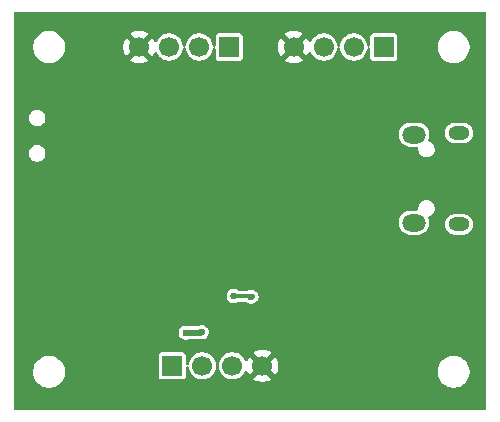
<source format=gbr>
%TF.GenerationSoftware,KiCad,Pcbnew,9.0.7*%
%TF.CreationDate,2026-02-01T18:49:20+05:30*%
%TF.ProjectId,stm32_Phils_lab,73746d33-325f-4506-9869-6c735f6c6162,rev?*%
%TF.SameCoordinates,Original*%
%TF.FileFunction,Copper,L2,Bot*%
%TF.FilePolarity,Positive*%
%FSLAX46Y46*%
G04 Gerber Fmt 4.6, Leading zero omitted, Abs format (unit mm)*
G04 Created by KiCad (PCBNEW 9.0.7) date 2026-02-01 18:49:20*
%MOMM*%
%LPD*%
G01*
G04 APERTURE LIST*
%TA.AperFunction,ComponentPad*%
%ADD10R,1.700000X1.700000*%
%TD*%
%TA.AperFunction,ComponentPad*%
%ADD11C,1.700000*%
%TD*%
%TA.AperFunction,HeatsinkPad*%
%ADD12O,1.800000X1.150000*%
%TD*%
%TA.AperFunction,HeatsinkPad*%
%ADD13O,2.000000X1.450000*%
%TD*%
%TA.AperFunction,ViaPad*%
%ADD14C,0.600000*%
%TD*%
%TA.AperFunction,Conductor*%
%ADD15C,0.500000*%
%TD*%
%TA.AperFunction,Conductor*%
%ADD16C,0.300000*%
%TD*%
G04 APERTURE END LIST*
D10*
%TO.P,J4,1,Pin_1*%
%TO.N,+3.3V*%
X91440000Y-102250000D03*
D11*
%TO.P,J4,2,Pin_2*%
%TO.N,/I2C2_SCL*%
X93980000Y-102250000D03*
%TO.P,J4,3,Pin_3*%
%TO.N,/I2C2_SDA*%
X96520000Y-102250000D03*
%TO.P,J4,4,Pin_4*%
%TO.N,GND*%
X99060000Y-102250000D03*
%TD*%
D10*
%TO.P,J3,1,Pin_1*%
%TO.N,+3.3V*%
X109330000Y-75250000D03*
D11*
%TO.P,J3,2,Pin_2*%
%TO.N,/SWDIO*%
X106790000Y-75250000D03*
%TO.P,J3,3,Pin_3*%
%TO.N,/SWCLK*%
X104250000Y-75250000D03*
%TO.P,J3,4,Pin_4*%
%TO.N,GND*%
X101710000Y-75250000D03*
%TD*%
D10*
%TO.P,J2,1,Pin_1*%
%TO.N,+3.3V*%
X96250000Y-75250000D03*
D11*
%TO.P,J2,2,Pin_2*%
%TO.N,/USART1_TX*%
X93710000Y-75250000D03*
%TO.P,J2,3,Pin_3*%
%TO.N,/USART1_RX*%
X91170000Y-75250000D03*
%TO.P,J2,4,Pin_4*%
%TO.N,GND*%
X88630000Y-75250000D03*
%TD*%
D12*
%TO.P,J1,6,SSTX-*%
%TO.N,unconnected-(J1-SSTX--Pad6)_3*%
X115700000Y-90275000D03*
D13*
%TO.N,unconnected-(J1-SSTX--Pad6)_2*%
X111900000Y-90125000D03*
%TO.N,unconnected-(J1-SSTX--Pad6)_1*%
X111900000Y-82675000D03*
D12*
%TO.N,unconnected-(J1-SSTX--Pad6)*%
X115700000Y-82525000D03*
%TD*%
D14*
%TO.N,GND*%
X94575000Y-84925000D03*
X90525000Y-83050000D03*
X85475000Y-89100000D03*
X86925000Y-84175000D03*
%TO.N,+3.3V*%
X92575000Y-99450000D03*
X93925000Y-99400000D03*
X96625000Y-96340380D03*
X98075000Y-96400000D03*
%TO.N,GND*%
X110100000Y-84900000D03*
X113850000Y-95250000D03*
X110500000Y-94650000D03*
X109700000Y-94650000D03*
X109800000Y-91000000D03*
X109800000Y-90250000D03*
X82250000Y-79750000D03*
X115750000Y-93250000D03*
X103750000Y-85750000D03*
X89750000Y-94500000D03*
X89000000Y-84500000D03*
X89750000Y-87250000D03*
X89750000Y-91250000D03*
X95500000Y-93750000D03*
X99000000Y-90750000D03*
X93915380Y-88650000D03*
%TD*%
D15*
%TO.N,+3.3V*%
X93875000Y-99450000D02*
X92575000Y-99450000D01*
X93925000Y-99400000D02*
X93875000Y-99450000D01*
D16*
X98250000Y-96350000D02*
X96500000Y-96350000D01*
X98284620Y-96384620D02*
X98250000Y-96350000D01*
X96500000Y-96350000D02*
X96490380Y-96340380D01*
%TD*%
%TA.AperFunction,Conductor*%
%TO.N,GND*%
G36*
X117942539Y-72270185D02*
G01*
X117988294Y-72322989D01*
X117999500Y-72374500D01*
X117999500Y-105875500D01*
X117979815Y-105942539D01*
X117927011Y-105988294D01*
X117875500Y-105999500D01*
X78124500Y-105999500D01*
X78057461Y-105979815D01*
X78011706Y-105927011D01*
X78000500Y-105875500D01*
X78000500Y-102643713D01*
X79649500Y-102643713D01*
X79649500Y-102856286D01*
X79674117Y-103011716D01*
X79682754Y-103066243D01*
X79737260Y-103233995D01*
X79748444Y-103268414D01*
X79844951Y-103457820D01*
X79969890Y-103629786D01*
X80120213Y-103780109D01*
X80292179Y-103905048D01*
X80292181Y-103905049D01*
X80292184Y-103905051D01*
X80481588Y-104001557D01*
X80683757Y-104067246D01*
X80893713Y-104100500D01*
X80893714Y-104100500D01*
X81106286Y-104100500D01*
X81106287Y-104100500D01*
X81316243Y-104067246D01*
X81518412Y-104001557D01*
X81707816Y-103905051D01*
X81729789Y-103889086D01*
X81879786Y-103780109D01*
X81879788Y-103780106D01*
X81879792Y-103780104D01*
X82030104Y-103629792D01*
X82030106Y-103629788D01*
X82030109Y-103629786D01*
X82155048Y-103457820D01*
X82155047Y-103457820D01*
X82155051Y-103457816D01*
X82251557Y-103268412D01*
X82317246Y-103066243D01*
X82350500Y-102856287D01*
X82350500Y-102643713D01*
X82317246Y-102433757D01*
X82251557Y-102231588D01*
X82155051Y-102042184D01*
X82155049Y-102042181D01*
X82155048Y-102042179D01*
X82030109Y-101870213D01*
X81879786Y-101719890D01*
X81707820Y-101594951D01*
X81518414Y-101498444D01*
X81518413Y-101498443D01*
X81518412Y-101498443D01*
X81316243Y-101432754D01*
X81316241Y-101432753D01*
X81316240Y-101432753D01*
X81154957Y-101407208D01*
X81106287Y-101399500D01*
X80893713Y-101399500D01*
X80845042Y-101407208D01*
X80683760Y-101432753D01*
X80481585Y-101498444D01*
X80292179Y-101594951D01*
X80120213Y-101719890D01*
X79969890Y-101870213D01*
X79844951Y-102042179D01*
X79748444Y-102231585D01*
X79748443Y-102231587D01*
X79748443Y-102231588D01*
X79727454Y-102296186D01*
X79682753Y-102433760D01*
X79649500Y-102643713D01*
X78000500Y-102643713D01*
X78000500Y-101355131D01*
X90289500Y-101355131D01*
X90289500Y-103144856D01*
X90289502Y-103144882D01*
X90292413Y-103169987D01*
X90292415Y-103169991D01*
X90337793Y-103272764D01*
X90337794Y-103272765D01*
X90417235Y-103352206D01*
X90520009Y-103397585D01*
X90545135Y-103400500D01*
X92334864Y-103400499D01*
X92334879Y-103400497D01*
X92334882Y-103400497D01*
X92359987Y-103397586D01*
X92359988Y-103397585D01*
X92359991Y-103397585D01*
X92462765Y-103352206D01*
X92542206Y-103272765D01*
X92587585Y-103169991D01*
X92590500Y-103144865D01*
X92590499Y-102407125D01*
X92610183Y-102340089D01*
X92662987Y-102294334D01*
X92732146Y-102284390D01*
X92795702Y-102313415D01*
X92833476Y-102372193D01*
X92836972Y-102387729D01*
X92857829Y-102519410D01*
X92913787Y-102691636D01*
X92913788Y-102691639D01*
X92996006Y-102852997D01*
X93102441Y-102999494D01*
X93102445Y-102999499D01*
X93230500Y-103127554D01*
X93230505Y-103127558D01*
X93354565Y-103217692D01*
X93377006Y-103233996D01*
X93453094Y-103272765D01*
X93538360Y-103316211D01*
X93538363Y-103316212D01*
X93624476Y-103344191D01*
X93710591Y-103372171D01*
X93793429Y-103385291D01*
X93889449Y-103400500D01*
X93889454Y-103400500D01*
X94070551Y-103400500D01*
X94157259Y-103386765D01*
X94249409Y-103372171D01*
X94421639Y-103316211D01*
X94582994Y-103233996D01*
X94729501Y-103127553D01*
X94857553Y-102999501D01*
X94963996Y-102852994D01*
X95046211Y-102691639D01*
X95102171Y-102519409D01*
X95116422Y-102429425D01*
X95127527Y-102359321D01*
X95157456Y-102296186D01*
X95216768Y-102259255D01*
X95286630Y-102260253D01*
X95344863Y-102298863D01*
X95372473Y-102359321D01*
X95397829Y-102519410D01*
X95453787Y-102691636D01*
X95453788Y-102691639D01*
X95536006Y-102852997D01*
X95642441Y-102999494D01*
X95642445Y-102999499D01*
X95770500Y-103127554D01*
X95770505Y-103127558D01*
X95894565Y-103217692D01*
X95917006Y-103233996D01*
X95993094Y-103272765D01*
X96078360Y-103316211D01*
X96078363Y-103316212D01*
X96164476Y-103344191D01*
X96250591Y-103372171D01*
X96333429Y-103385291D01*
X96429449Y-103400500D01*
X96429454Y-103400500D01*
X96610551Y-103400500D01*
X96697259Y-103386765D01*
X96789409Y-103372171D01*
X96961639Y-103316211D01*
X97122994Y-103233996D01*
X97245669Y-103144868D01*
X97269495Y-103127558D01*
X97269497Y-103127555D01*
X97269501Y-103127553D01*
X97397553Y-102999501D01*
X97503996Y-102852994D01*
X97571090Y-102721314D01*
X97619065Y-102670519D01*
X97686886Y-102653724D01*
X97753021Y-102676262D01*
X97796472Y-102730977D01*
X97799506Y-102739292D01*
X97808904Y-102768217D01*
X97905375Y-102957550D01*
X97944728Y-103011716D01*
X98577037Y-102379408D01*
X98594075Y-102442993D01*
X98659901Y-102557007D01*
X98752993Y-102650099D01*
X98867007Y-102715925D01*
X98930590Y-102732962D01*
X98298282Y-103365269D01*
X98298282Y-103365270D01*
X98352449Y-103404624D01*
X98541782Y-103501095D01*
X98743870Y-103566757D01*
X98953754Y-103600000D01*
X99166246Y-103600000D01*
X99376127Y-103566757D01*
X99376130Y-103566757D01*
X99578217Y-103501095D01*
X99767554Y-103404622D01*
X99821716Y-103365270D01*
X99821717Y-103365270D01*
X99189408Y-102732962D01*
X99252993Y-102715925D01*
X99367007Y-102650099D01*
X99460099Y-102557007D01*
X99525925Y-102442993D01*
X99542962Y-102379408D01*
X100175270Y-103011717D01*
X100175270Y-103011716D01*
X100214622Y-102957554D01*
X100311095Y-102768217D01*
X100351549Y-102643713D01*
X113899500Y-102643713D01*
X113899500Y-102856286D01*
X113924117Y-103011716D01*
X113932754Y-103066243D01*
X113987260Y-103233995D01*
X113998444Y-103268414D01*
X114094951Y-103457820D01*
X114219890Y-103629786D01*
X114370213Y-103780109D01*
X114542179Y-103905048D01*
X114542181Y-103905049D01*
X114542184Y-103905051D01*
X114731588Y-104001557D01*
X114933757Y-104067246D01*
X115143713Y-104100500D01*
X115143714Y-104100500D01*
X115356286Y-104100500D01*
X115356287Y-104100500D01*
X115566243Y-104067246D01*
X115768412Y-104001557D01*
X115957816Y-103905051D01*
X115979789Y-103889086D01*
X116129786Y-103780109D01*
X116129788Y-103780106D01*
X116129792Y-103780104D01*
X116280104Y-103629792D01*
X116280106Y-103629788D01*
X116280109Y-103629786D01*
X116405048Y-103457820D01*
X116405047Y-103457820D01*
X116405051Y-103457816D01*
X116501557Y-103268412D01*
X116567246Y-103066243D01*
X116600500Y-102856287D01*
X116600500Y-102643713D01*
X116567246Y-102433757D01*
X116501557Y-102231588D01*
X116405051Y-102042184D01*
X116405049Y-102042181D01*
X116405048Y-102042179D01*
X116280109Y-101870213D01*
X116129786Y-101719890D01*
X115957820Y-101594951D01*
X115768414Y-101498444D01*
X115768413Y-101498443D01*
X115768412Y-101498443D01*
X115566243Y-101432754D01*
X115566241Y-101432753D01*
X115566240Y-101432753D01*
X115404957Y-101407208D01*
X115356287Y-101399500D01*
X115143713Y-101399500D01*
X115095042Y-101407208D01*
X114933760Y-101432753D01*
X114731585Y-101498444D01*
X114542179Y-101594951D01*
X114370213Y-101719890D01*
X114219890Y-101870213D01*
X114094951Y-102042179D01*
X113998444Y-102231585D01*
X113998443Y-102231587D01*
X113998443Y-102231588D01*
X113977454Y-102296186D01*
X113932753Y-102433760D01*
X113899500Y-102643713D01*
X100351549Y-102643713D01*
X100365582Y-102600523D01*
X100365582Y-102600522D01*
X100376758Y-102566126D01*
X100410000Y-102356246D01*
X100410000Y-102143753D01*
X100376757Y-101933872D01*
X100376757Y-101933869D01*
X100311095Y-101731782D01*
X100214624Y-101542449D01*
X100175270Y-101488282D01*
X100175269Y-101488282D01*
X99542962Y-102120590D01*
X99525925Y-102057007D01*
X99460099Y-101942993D01*
X99367007Y-101849901D01*
X99252993Y-101784075D01*
X99189409Y-101767037D01*
X99821716Y-101134728D01*
X99767550Y-101095375D01*
X99578217Y-100998904D01*
X99376129Y-100933242D01*
X99166246Y-100900000D01*
X98953754Y-100900000D01*
X98743872Y-100933242D01*
X98743869Y-100933242D01*
X98541782Y-100998904D01*
X98352439Y-101095380D01*
X98298282Y-101134727D01*
X98298282Y-101134728D01*
X98930591Y-101767037D01*
X98867007Y-101784075D01*
X98752993Y-101849901D01*
X98659901Y-101942993D01*
X98594075Y-102057007D01*
X98577037Y-102120591D01*
X97944728Y-101488282D01*
X97944727Y-101488282D01*
X97905380Y-101542439D01*
X97808905Y-101731781D01*
X97799506Y-101760708D01*
X97760068Y-101818383D01*
X97695709Y-101845581D01*
X97626862Y-101833666D01*
X97575387Y-101786421D01*
X97571090Y-101778684D01*
X97547191Y-101731781D01*
X97503996Y-101647006D01*
X97466175Y-101594949D01*
X97397558Y-101500505D01*
X97397554Y-101500500D01*
X97269499Y-101372445D01*
X97269494Y-101372441D01*
X97145432Y-101282305D01*
X97122996Y-101266005D01*
X96961639Y-101183788D01*
X96961636Y-101183787D01*
X96789410Y-101127829D01*
X96610551Y-101099500D01*
X96610546Y-101099500D01*
X96429454Y-101099500D01*
X96429449Y-101099500D01*
X96250589Y-101127829D01*
X96078363Y-101183787D01*
X96078360Y-101183788D01*
X95917002Y-101266006D01*
X95770505Y-101372441D01*
X95770500Y-101372445D01*
X95642445Y-101500500D01*
X95642441Y-101500505D01*
X95536006Y-101647002D01*
X95453788Y-101808360D01*
X95453787Y-101808363D01*
X95397829Y-101980589D01*
X95372473Y-102140678D01*
X95342544Y-102203813D01*
X95283232Y-102240744D01*
X95213369Y-102239746D01*
X95155137Y-102201136D01*
X95127527Y-102140678D01*
X95111926Y-102042184D01*
X95102171Y-101980591D01*
X95059708Y-101849901D01*
X95046212Y-101808363D01*
X95046211Y-101808360D01*
X95007191Y-101731781D01*
X94963996Y-101647006D01*
X94926175Y-101594949D01*
X94857558Y-101500505D01*
X94857554Y-101500500D01*
X94729499Y-101372445D01*
X94729494Y-101372441D01*
X94582997Y-101266006D01*
X94582996Y-101266005D01*
X94582994Y-101266004D01*
X94506906Y-101227235D01*
X94421639Y-101183788D01*
X94421636Y-101183787D01*
X94249410Y-101127829D01*
X94070551Y-101099500D01*
X94070546Y-101099500D01*
X93889454Y-101099500D01*
X93889449Y-101099500D01*
X93710589Y-101127829D01*
X93538363Y-101183787D01*
X93538360Y-101183788D01*
X93377002Y-101266006D01*
X93230505Y-101372441D01*
X93230500Y-101372445D01*
X93102445Y-101500500D01*
X93102441Y-101500505D01*
X92996006Y-101647002D01*
X92913788Y-101808360D01*
X92913787Y-101808363D01*
X92857829Y-101980589D01*
X92836972Y-102112271D01*
X92807042Y-102175405D01*
X92747731Y-102212336D01*
X92677868Y-102211338D01*
X92619636Y-102172728D01*
X92591522Y-102108764D01*
X92590499Y-102092872D01*
X92590499Y-101355143D01*
X92590499Y-101355136D01*
X92590497Y-101355117D01*
X92587586Y-101330012D01*
X92587585Y-101330010D01*
X92587585Y-101330009D01*
X92542206Y-101227235D01*
X92462765Y-101147794D01*
X92462763Y-101147793D01*
X92359992Y-101102415D01*
X92334865Y-101099500D01*
X90545143Y-101099500D01*
X90545117Y-101099502D01*
X90520012Y-101102413D01*
X90520008Y-101102415D01*
X90417235Y-101147793D01*
X90337794Y-101227234D01*
X90292415Y-101330006D01*
X90292415Y-101330008D01*
X90289500Y-101355131D01*
X78000500Y-101355131D01*
X78000500Y-99370943D01*
X91974500Y-99370943D01*
X91974500Y-99529057D01*
X92002026Y-99631783D01*
X92015423Y-99681783D01*
X92015426Y-99681790D01*
X92094475Y-99818709D01*
X92094479Y-99818714D01*
X92094480Y-99818716D01*
X92206284Y-99930520D01*
X92206286Y-99930521D01*
X92206290Y-99930524D01*
X92327492Y-100000499D01*
X92343216Y-100009577D01*
X92495943Y-100050500D01*
X92495945Y-100050500D01*
X92654055Y-100050500D01*
X92654057Y-100050500D01*
X92806784Y-100009577D01*
X92806785Y-100009576D01*
X92814635Y-100007473D01*
X92814820Y-100008165D01*
X92853363Y-100000500D01*
X94004055Y-100000500D01*
X94004057Y-100000500D01*
X94156784Y-99959577D01*
X94293716Y-99880520D01*
X94405520Y-99768716D01*
X94484577Y-99631784D01*
X94525500Y-99479057D01*
X94525500Y-99320943D01*
X94484577Y-99168216D01*
X94434391Y-99081290D01*
X94405524Y-99031290D01*
X94405518Y-99031282D01*
X94293717Y-98919481D01*
X94293709Y-98919475D01*
X94156790Y-98840426D01*
X94156786Y-98840424D01*
X94156784Y-98840423D01*
X94004057Y-98799500D01*
X93845943Y-98799500D01*
X93693216Y-98840423D01*
X93693213Y-98840424D01*
X93619666Y-98882887D01*
X93557666Y-98899500D01*
X92853363Y-98899500D01*
X92814820Y-98891834D01*
X92814635Y-98892527D01*
X92806785Y-98890423D01*
X92806784Y-98890423D01*
X92654057Y-98849500D01*
X92495943Y-98849500D01*
X92343216Y-98890423D01*
X92343209Y-98890426D01*
X92206290Y-98969475D01*
X92206282Y-98969481D01*
X92094481Y-99081282D01*
X92094475Y-99081290D01*
X92015426Y-99218209D01*
X92015423Y-99218216D01*
X91974500Y-99370943D01*
X78000500Y-99370943D01*
X78000500Y-96261323D01*
X96024500Y-96261323D01*
X96024500Y-96419436D01*
X96065423Y-96572163D01*
X96065426Y-96572170D01*
X96144475Y-96709089D01*
X96144479Y-96709094D01*
X96144480Y-96709096D01*
X96256284Y-96820900D01*
X96256286Y-96820901D01*
X96256290Y-96820904D01*
X96393209Y-96899953D01*
X96393216Y-96899957D01*
X96545943Y-96940880D01*
X96545945Y-96940880D01*
X96704055Y-96940880D01*
X96704057Y-96940880D01*
X96856784Y-96899957D01*
X96908185Y-96870280D01*
X97000277Y-96817113D01*
X97062276Y-96800500D01*
X97574902Y-96800500D01*
X97641941Y-96820185D01*
X97662583Y-96836819D01*
X97706284Y-96880520D01*
X97706286Y-96880521D01*
X97706290Y-96880524D01*
X97843209Y-96959573D01*
X97843216Y-96959577D01*
X97995943Y-97000500D01*
X97995945Y-97000500D01*
X98154055Y-97000500D01*
X98154057Y-97000500D01*
X98306784Y-96959577D01*
X98443716Y-96880520D01*
X98555520Y-96768716D01*
X98571798Y-96740519D01*
X98591501Y-96714841D01*
X98645109Y-96661234D01*
X98704419Y-96558507D01*
X98735119Y-96443929D01*
X98735119Y-96325311D01*
X98717974Y-96261323D01*
X98704420Y-96210734D01*
X98645109Y-96108006D01*
X98526613Y-95989510D01*
X98526611Y-95989509D01*
X98510303Y-95980093D01*
X98484624Y-95960388D01*
X98443717Y-95919481D01*
X98443709Y-95919475D01*
X98306790Y-95840426D01*
X98306786Y-95840424D01*
X98306784Y-95840423D01*
X98154057Y-95799500D01*
X97995943Y-95799500D01*
X97843216Y-95840423D01*
X97843213Y-95840424D01*
X97769666Y-95882887D01*
X97707666Y-95899500D01*
X97084718Y-95899500D01*
X97017679Y-95879815D01*
X96997037Y-95863181D01*
X96993717Y-95859861D01*
X96993709Y-95859855D01*
X96856790Y-95780806D01*
X96856786Y-95780804D01*
X96856784Y-95780803D01*
X96704057Y-95739880D01*
X96545943Y-95739880D01*
X96393216Y-95780803D01*
X96393209Y-95780806D01*
X96256290Y-95859855D01*
X96256282Y-95859861D01*
X96144481Y-95971662D01*
X96144475Y-95971670D01*
X96065426Y-96108589D01*
X96065423Y-96108596D01*
X96024500Y-96261323D01*
X78000500Y-96261323D01*
X78000500Y-90023992D01*
X110599500Y-90023992D01*
X110599500Y-90226007D01*
X110638907Y-90424119D01*
X110638909Y-90424127D01*
X110716212Y-90610752D01*
X110716217Y-90610762D01*
X110828441Y-90778718D01*
X110971281Y-90921558D01*
X111139237Y-91033782D01*
X111139241Y-91033784D01*
X111139244Y-91033786D01*
X111325873Y-91111091D01*
X111523992Y-91150499D01*
X111523996Y-91150500D01*
X111523997Y-91150500D01*
X112276004Y-91150500D01*
X112276005Y-91150499D01*
X112474127Y-91111091D01*
X112660756Y-91033786D01*
X112828718Y-90921558D01*
X112971558Y-90778718D01*
X113083786Y-90610756D01*
X113161091Y-90424127D01*
X113200500Y-90226003D01*
X113200500Y-90188766D01*
X114499500Y-90188766D01*
X114499500Y-90361233D01*
X114533143Y-90530366D01*
X114533146Y-90530378D01*
X114599138Y-90689698D01*
X114599145Y-90689711D01*
X114694954Y-90833098D01*
X114694957Y-90833102D01*
X114816897Y-90955042D01*
X114816901Y-90955045D01*
X114960288Y-91050854D01*
X114960301Y-91050861D01*
X115105708Y-91111090D01*
X115119626Y-91116855D01*
X115288766Y-91150499D01*
X115288769Y-91150500D01*
X115288771Y-91150500D01*
X116111231Y-91150500D01*
X116111232Y-91150499D01*
X116280374Y-91116855D01*
X116439705Y-91050858D01*
X116583099Y-90955045D01*
X116705045Y-90833099D01*
X116800858Y-90689705D01*
X116866855Y-90530374D01*
X116900500Y-90361229D01*
X116900500Y-90188771D01*
X116900500Y-90188768D01*
X116900499Y-90188766D01*
X116866856Y-90019633D01*
X116866855Y-90019626D01*
X116866853Y-90019621D01*
X116800861Y-89860301D01*
X116800854Y-89860288D01*
X116705045Y-89716901D01*
X116705042Y-89716897D01*
X116583102Y-89594957D01*
X116583098Y-89594954D01*
X116439711Y-89499145D01*
X116439698Y-89499138D01*
X116280378Y-89433146D01*
X116280366Y-89433143D01*
X116111232Y-89399500D01*
X116111229Y-89399500D01*
X115288771Y-89399500D01*
X115288768Y-89399500D01*
X115119633Y-89433143D01*
X115119621Y-89433146D01*
X114960301Y-89499138D01*
X114960288Y-89499145D01*
X114816901Y-89594954D01*
X114816897Y-89594957D01*
X114694957Y-89716897D01*
X114694954Y-89716901D01*
X114599145Y-89860288D01*
X114599138Y-89860301D01*
X114533146Y-90019621D01*
X114533143Y-90019633D01*
X114499500Y-90188766D01*
X113200500Y-90188766D01*
X113200500Y-90023997D01*
X113161091Y-89825873D01*
X113118354Y-89722697D01*
X113110885Y-89653227D01*
X113142160Y-89590748D01*
X113185457Y-89560685D01*
X113281811Y-89520775D01*
X113396542Y-89444114D01*
X113494114Y-89346542D01*
X113570775Y-89231811D01*
X113577236Y-89216214D01*
X113623578Y-89104332D01*
X113623580Y-89104328D01*
X113637975Y-89031959D01*
X113650500Y-88968995D01*
X113650500Y-88831004D01*
X113623581Y-88695677D01*
X113623580Y-88695676D01*
X113623580Y-88695672D01*
X113623578Y-88695667D01*
X113570778Y-88568195D01*
X113570771Y-88568182D01*
X113494114Y-88453458D01*
X113494111Y-88453454D01*
X113396545Y-88355888D01*
X113396541Y-88355885D01*
X113281817Y-88279228D01*
X113281804Y-88279221D01*
X113154332Y-88226421D01*
X113154322Y-88226418D01*
X113018995Y-88199500D01*
X113018993Y-88199500D01*
X112881007Y-88199500D01*
X112881005Y-88199500D01*
X112745677Y-88226418D01*
X112745667Y-88226421D01*
X112618195Y-88279221D01*
X112618182Y-88279228D01*
X112503458Y-88355885D01*
X112503454Y-88355888D01*
X112405888Y-88453454D01*
X112405885Y-88453458D01*
X112329228Y-88568182D01*
X112329221Y-88568195D01*
X112276421Y-88695667D01*
X112276418Y-88695677D01*
X112249500Y-88831004D01*
X112249500Y-88975085D01*
X112246710Y-88975085D01*
X112235942Y-89031959D01*
X112187892Y-89082683D01*
X112125541Y-89099500D01*
X111523992Y-89099500D01*
X111325880Y-89138907D01*
X111325872Y-89138909D01*
X111139247Y-89216212D01*
X111139237Y-89216217D01*
X110971281Y-89328441D01*
X110828441Y-89471281D01*
X110716217Y-89639237D01*
X110716212Y-89639247D01*
X110638909Y-89825872D01*
X110638907Y-89825880D01*
X110599500Y-90023992D01*
X78000500Y-90023992D01*
X78000500Y-84318995D01*
X79289499Y-84318995D01*
X79316418Y-84454322D01*
X79316421Y-84454332D01*
X79369221Y-84581804D01*
X79369228Y-84581817D01*
X79445885Y-84696541D01*
X79445888Y-84696545D01*
X79543454Y-84794111D01*
X79543458Y-84794114D01*
X79658182Y-84870771D01*
X79658195Y-84870778D01*
X79785667Y-84923578D01*
X79785672Y-84923580D01*
X79785676Y-84923580D01*
X79785677Y-84923581D01*
X79921004Y-84950500D01*
X79921007Y-84950500D01*
X80058995Y-84950500D01*
X80150041Y-84932389D01*
X80194328Y-84923580D01*
X80321811Y-84870775D01*
X80436542Y-84794114D01*
X80534114Y-84696542D01*
X80610775Y-84581811D01*
X80663580Y-84454328D01*
X80685020Y-84346542D01*
X80690500Y-84318995D01*
X80690500Y-84181004D01*
X80663581Y-84045677D01*
X80663580Y-84045676D01*
X80663580Y-84045672D01*
X80663578Y-84045667D01*
X80610778Y-83918195D01*
X80610771Y-83918182D01*
X80534114Y-83803458D01*
X80534111Y-83803454D01*
X80436545Y-83705888D01*
X80436541Y-83705885D01*
X80321817Y-83629228D01*
X80321804Y-83629221D01*
X80194332Y-83576421D01*
X80194322Y-83576418D01*
X80058995Y-83549500D01*
X80058993Y-83549500D01*
X79921007Y-83549500D01*
X79921005Y-83549500D01*
X79785677Y-83576418D01*
X79785667Y-83576421D01*
X79658195Y-83629221D01*
X79658182Y-83629228D01*
X79543458Y-83705885D01*
X79543454Y-83705888D01*
X79445888Y-83803454D01*
X79445885Y-83803458D01*
X79369228Y-83918182D01*
X79369221Y-83918195D01*
X79316421Y-84045667D01*
X79316418Y-84045677D01*
X79289500Y-84181004D01*
X79289500Y-84181007D01*
X79289500Y-84318993D01*
X79289500Y-84318995D01*
X79289499Y-84318995D01*
X78000500Y-84318995D01*
X78000500Y-82573992D01*
X110599500Y-82573992D01*
X110599500Y-82776007D01*
X110638907Y-82974119D01*
X110638909Y-82974127D01*
X110716212Y-83160752D01*
X110716217Y-83160762D01*
X110828441Y-83328718D01*
X110971281Y-83471558D01*
X111139237Y-83583782D01*
X111139241Y-83583784D01*
X111139244Y-83583786D01*
X111325873Y-83661091D01*
X111499700Y-83695667D01*
X111523992Y-83700499D01*
X111523996Y-83700500D01*
X111523997Y-83700500D01*
X112125541Y-83700500D01*
X112192580Y-83720185D01*
X112238335Y-83772989D01*
X112246980Y-83824915D01*
X112249500Y-83824915D01*
X112249500Y-83831007D01*
X112249500Y-83968993D01*
X112249500Y-83968995D01*
X112249499Y-83968995D01*
X112276418Y-84104322D01*
X112276421Y-84104332D01*
X112329221Y-84231804D01*
X112329228Y-84231817D01*
X112405885Y-84346541D01*
X112405888Y-84346545D01*
X112503454Y-84444111D01*
X112503458Y-84444114D01*
X112618182Y-84520771D01*
X112618195Y-84520778D01*
X112745667Y-84573578D01*
X112745672Y-84573580D01*
X112745676Y-84573580D01*
X112745677Y-84573581D01*
X112881004Y-84600500D01*
X112881007Y-84600500D01*
X113018995Y-84600500D01*
X113112983Y-84581804D01*
X113154328Y-84573580D01*
X113281811Y-84520775D01*
X113396542Y-84444114D01*
X113494114Y-84346542D01*
X113570775Y-84231811D01*
X113623580Y-84104328D01*
X113632389Y-84060041D01*
X113650500Y-83968995D01*
X113650500Y-83831004D01*
X113623581Y-83695677D01*
X113623580Y-83695676D01*
X113623580Y-83695672D01*
X113577236Y-83583787D01*
X113570778Y-83568195D01*
X113570771Y-83568182D01*
X113494114Y-83453458D01*
X113494111Y-83453454D01*
X113396545Y-83355888D01*
X113396541Y-83355885D01*
X113281817Y-83279228D01*
X113281804Y-83279221D01*
X113185462Y-83239316D01*
X113131058Y-83195476D01*
X113108993Y-83129182D01*
X113118351Y-83077307D01*
X113161091Y-82974127D01*
X113200500Y-82776003D01*
X113200500Y-82573997D01*
X113200345Y-82573222D01*
X113177203Y-82456870D01*
X113173602Y-82438766D01*
X114499500Y-82438766D01*
X114499500Y-82611233D01*
X114533143Y-82780366D01*
X114533146Y-82780378D01*
X114599138Y-82939698D01*
X114599145Y-82939711D01*
X114694954Y-83083098D01*
X114694957Y-83083102D01*
X114816897Y-83205042D01*
X114816901Y-83205045D01*
X114960288Y-83300854D01*
X114960301Y-83300861D01*
X115093142Y-83355885D01*
X115119626Y-83366855D01*
X115288766Y-83400499D01*
X115288769Y-83400500D01*
X115288771Y-83400500D01*
X116111231Y-83400500D01*
X116111232Y-83400499D01*
X116280374Y-83366855D01*
X116439705Y-83300858D01*
X116583099Y-83205045D01*
X116705045Y-83083099D01*
X116800858Y-82939705D01*
X116866855Y-82780374D01*
X116900500Y-82611229D01*
X116900500Y-82438771D01*
X116900500Y-82438768D01*
X116900499Y-82438766D01*
X116887989Y-82375873D01*
X116866855Y-82269626D01*
X116833557Y-82189237D01*
X116800861Y-82110301D01*
X116800854Y-82110288D01*
X116705045Y-81966901D01*
X116705042Y-81966897D01*
X116583102Y-81844957D01*
X116583098Y-81844954D01*
X116439711Y-81749145D01*
X116439698Y-81749138D01*
X116280378Y-81683146D01*
X116280366Y-81683143D01*
X116111232Y-81649500D01*
X116111229Y-81649500D01*
X115288771Y-81649500D01*
X115288768Y-81649500D01*
X115119633Y-81683143D01*
X115119621Y-81683146D01*
X114960301Y-81749138D01*
X114960288Y-81749145D01*
X114816901Y-81844954D01*
X114816897Y-81844957D01*
X114694957Y-81966897D01*
X114694954Y-81966901D01*
X114599145Y-82110288D01*
X114599138Y-82110301D01*
X114533146Y-82269621D01*
X114533143Y-82269633D01*
X114499500Y-82438766D01*
X113173602Y-82438766D01*
X113161092Y-82375880D01*
X113161091Y-82375873D01*
X113083786Y-82189244D01*
X113083784Y-82189241D01*
X113083782Y-82189237D01*
X112971558Y-82021281D01*
X112828718Y-81878441D01*
X112660762Y-81766217D01*
X112660752Y-81766212D01*
X112474127Y-81688909D01*
X112474119Y-81688907D01*
X112276007Y-81649500D01*
X112276003Y-81649500D01*
X111523997Y-81649500D01*
X111523992Y-81649500D01*
X111325880Y-81688907D01*
X111325872Y-81688909D01*
X111139247Y-81766212D01*
X111139237Y-81766217D01*
X110971281Y-81878441D01*
X110828441Y-82021281D01*
X110716217Y-82189237D01*
X110716212Y-82189247D01*
X110638909Y-82375872D01*
X110638907Y-82375880D01*
X110599500Y-82573992D01*
X78000500Y-82573992D01*
X78000500Y-81318995D01*
X79289499Y-81318995D01*
X79316418Y-81454322D01*
X79316421Y-81454332D01*
X79369221Y-81581804D01*
X79369228Y-81581817D01*
X79445885Y-81696541D01*
X79445888Y-81696545D01*
X79543454Y-81794111D01*
X79543458Y-81794114D01*
X79658182Y-81870771D01*
X79658195Y-81870778D01*
X79785667Y-81923578D01*
X79785672Y-81923580D01*
X79785676Y-81923580D01*
X79785677Y-81923581D01*
X79921004Y-81950500D01*
X79921007Y-81950500D01*
X80058995Y-81950500D01*
X80150041Y-81932389D01*
X80194328Y-81923580D01*
X80321811Y-81870775D01*
X80436542Y-81794114D01*
X80534114Y-81696542D01*
X80610775Y-81581811D01*
X80663580Y-81454328D01*
X80690500Y-81318993D01*
X80690500Y-81181007D01*
X80690500Y-81181004D01*
X80663581Y-81045677D01*
X80663580Y-81045676D01*
X80663580Y-81045672D01*
X80663578Y-81045667D01*
X80610778Y-80918195D01*
X80610771Y-80918182D01*
X80534114Y-80803458D01*
X80534111Y-80803454D01*
X80436545Y-80705888D01*
X80436541Y-80705885D01*
X80321817Y-80629228D01*
X80321804Y-80629221D01*
X80194332Y-80576421D01*
X80194322Y-80576418D01*
X80058995Y-80549500D01*
X80058993Y-80549500D01*
X79921007Y-80549500D01*
X79921005Y-80549500D01*
X79785677Y-80576418D01*
X79785667Y-80576421D01*
X79658195Y-80629221D01*
X79658182Y-80629228D01*
X79543458Y-80705885D01*
X79543454Y-80705888D01*
X79445888Y-80803454D01*
X79445885Y-80803458D01*
X79369228Y-80918182D01*
X79369221Y-80918195D01*
X79316421Y-81045667D01*
X79316418Y-81045677D01*
X79289500Y-81181004D01*
X79289500Y-81181007D01*
X79289500Y-81318993D01*
X79289500Y-81318995D01*
X79289499Y-81318995D01*
X78000500Y-81318995D01*
X78000500Y-75143713D01*
X79649500Y-75143713D01*
X79649500Y-75356286D01*
X79682735Y-75566127D01*
X79682754Y-75566243D01*
X79738982Y-75739295D01*
X79748444Y-75768414D01*
X79844951Y-75957820D01*
X79969890Y-76129786D01*
X80120213Y-76280109D01*
X80292179Y-76405048D01*
X80292181Y-76405049D01*
X80292184Y-76405051D01*
X80481588Y-76501557D01*
X80683757Y-76567246D01*
X80893713Y-76600500D01*
X80893714Y-76600500D01*
X81106286Y-76600500D01*
X81106287Y-76600500D01*
X81316243Y-76567246D01*
X81518412Y-76501557D01*
X81707816Y-76405051D01*
X81762572Y-76365269D01*
X81879786Y-76280109D01*
X81879788Y-76280106D01*
X81879792Y-76280104D01*
X82030104Y-76129792D01*
X82030106Y-76129788D01*
X82030109Y-76129786D01*
X82155048Y-75957820D01*
X82155047Y-75957820D01*
X82155051Y-75957816D01*
X82251557Y-75768412D01*
X82317246Y-75566243D01*
X82350500Y-75356287D01*
X82350500Y-75143753D01*
X87280000Y-75143753D01*
X87280000Y-75356246D01*
X87313242Y-75566127D01*
X87313242Y-75566130D01*
X87378904Y-75768217D01*
X87475375Y-75957550D01*
X87514728Y-76011716D01*
X88147037Y-75379408D01*
X88164075Y-75442993D01*
X88229901Y-75557007D01*
X88322993Y-75650099D01*
X88437007Y-75715925D01*
X88500590Y-75732962D01*
X87868282Y-76365269D01*
X87868282Y-76365270D01*
X87922449Y-76404624D01*
X88111782Y-76501095D01*
X88313870Y-76566757D01*
X88523754Y-76600000D01*
X88736246Y-76600000D01*
X88946127Y-76566757D01*
X88946130Y-76566757D01*
X89148217Y-76501095D01*
X89337554Y-76404622D01*
X89391716Y-76365270D01*
X89391717Y-76365270D01*
X88759408Y-75732962D01*
X88822993Y-75715925D01*
X88937007Y-75650099D01*
X89030099Y-75557007D01*
X89095925Y-75442993D01*
X89112962Y-75379408D01*
X89745270Y-76011717D01*
X89745270Y-76011716D01*
X89784622Y-75957554D01*
X89881095Y-75768217D01*
X89890492Y-75739295D01*
X89929928Y-75681618D01*
X89994286Y-75654419D01*
X90063133Y-75666331D01*
X90114610Y-75713574D01*
X90118908Y-75721314D01*
X90186004Y-75852995D01*
X90292441Y-75999494D01*
X90292445Y-75999499D01*
X90420500Y-76127554D01*
X90420505Y-76127558D01*
X90548287Y-76220396D01*
X90567006Y-76233996D01*
X90672484Y-76287740D01*
X90728360Y-76316211D01*
X90728363Y-76316212D01*
X90814476Y-76344191D01*
X90900591Y-76372171D01*
X90983429Y-76385291D01*
X91079449Y-76400500D01*
X91079454Y-76400500D01*
X91260551Y-76400500D01*
X91347259Y-76386765D01*
X91439409Y-76372171D01*
X91611639Y-76316211D01*
X91772994Y-76233996D01*
X91919501Y-76127553D01*
X92047553Y-75999501D01*
X92153996Y-75852994D01*
X92236211Y-75691639D01*
X92292171Y-75519409D01*
X92313027Y-75387729D01*
X92317527Y-75359321D01*
X92347456Y-75296186D01*
X92406768Y-75259255D01*
X92476630Y-75260253D01*
X92534863Y-75298863D01*
X92562473Y-75359321D01*
X92587829Y-75519410D01*
X92643787Y-75691636D01*
X92643788Y-75691639D01*
X92726006Y-75852997D01*
X92832441Y-75999494D01*
X92832445Y-75999499D01*
X92960500Y-76127554D01*
X92960505Y-76127558D01*
X93088287Y-76220396D01*
X93107006Y-76233996D01*
X93212484Y-76287740D01*
X93268360Y-76316211D01*
X93268363Y-76316212D01*
X93354476Y-76344191D01*
X93440591Y-76372171D01*
X93523429Y-76385291D01*
X93619449Y-76400500D01*
X93619454Y-76400500D01*
X93800551Y-76400500D01*
X93887259Y-76386765D01*
X93979409Y-76372171D01*
X94151639Y-76316211D01*
X94312994Y-76233996D01*
X94459501Y-76127553D01*
X94587553Y-75999501D01*
X94693996Y-75852994D01*
X94776211Y-75691639D01*
X94832171Y-75519409D01*
X94853027Y-75387729D01*
X94882956Y-75324595D01*
X94942267Y-75287663D01*
X95012130Y-75288661D01*
X95070363Y-75327271D01*
X95098477Y-75391234D01*
X95099500Y-75407127D01*
X95099500Y-76144856D01*
X95099502Y-76144882D01*
X95102413Y-76169987D01*
X95102415Y-76169991D01*
X95147793Y-76272764D01*
X95147794Y-76272765D01*
X95227235Y-76352206D01*
X95330009Y-76397585D01*
X95355135Y-76400500D01*
X97144864Y-76400499D01*
X97144879Y-76400497D01*
X97144882Y-76400497D01*
X97169987Y-76397586D01*
X97169988Y-76397585D01*
X97169991Y-76397585D01*
X97272765Y-76352206D01*
X97352206Y-76272765D01*
X97397585Y-76169991D01*
X97400500Y-76144865D01*
X97400499Y-75143753D01*
X100360000Y-75143753D01*
X100360000Y-75356246D01*
X100393242Y-75566127D01*
X100393242Y-75566130D01*
X100458904Y-75768217D01*
X100555375Y-75957550D01*
X100594728Y-76011716D01*
X101227037Y-75379408D01*
X101244075Y-75442993D01*
X101309901Y-75557007D01*
X101402993Y-75650099D01*
X101517007Y-75715925D01*
X101580590Y-75732962D01*
X100948282Y-76365269D01*
X100948282Y-76365270D01*
X101002449Y-76404624D01*
X101191782Y-76501095D01*
X101393870Y-76566757D01*
X101603754Y-76600000D01*
X101816246Y-76600000D01*
X102026127Y-76566757D01*
X102026130Y-76566757D01*
X102228217Y-76501095D01*
X102417554Y-76404622D01*
X102471716Y-76365270D01*
X102471717Y-76365270D01*
X101839408Y-75732962D01*
X101902993Y-75715925D01*
X102017007Y-75650099D01*
X102110099Y-75557007D01*
X102175925Y-75442993D01*
X102192962Y-75379409D01*
X102825270Y-76011717D01*
X102825270Y-76011716D01*
X102864622Y-75957554D01*
X102961095Y-75768217D01*
X102970492Y-75739295D01*
X103009928Y-75681618D01*
X103074286Y-75654419D01*
X103143133Y-75666331D01*
X103194610Y-75713574D01*
X103198908Y-75721314D01*
X103266004Y-75852995D01*
X103372441Y-75999494D01*
X103372445Y-75999499D01*
X103500500Y-76127554D01*
X103500505Y-76127558D01*
X103628287Y-76220396D01*
X103647006Y-76233996D01*
X103752484Y-76287740D01*
X103808360Y-76316211D01*
X103808363Y-76316212D01*
X103894476Y-76344191D01*
X103980591Y-76372171D01*
X104063429Y-76385291D01*
X104159449Y-76400500D01*
X104159454Y-76400500D01*
X104340551Y-76400500D01*
X104427259Y-76386765D01*
X104519409Y-76372171D01*
X104691639Y-76316211D01*
X104852994Y-76233996D01*
X104999501Y-76127553D01*
X105127553Y-75999501D01*
X105233996Y-75852994D01*
X105316211Y-75691639D01*
X105372171Y-75519409D01*
X105393027Y-75387729D01*
X105397527Y-75359321D01*
X105427456Y-75296186D01*
X105486768Y-75259255D01*
X105556630Y-75260253D01*
X105614863Y-75298863D01*
X105642473Y-75359321D01*
X105667829Y-75519410D01*
X105723787Y-75691636D01*
X105723788Y-75691639D01*
X105806006Y-75852997D01*
X105912441Y-75999494D01*
X105912445Y-75999499D01*
X106040500Y-76127554D01*
X106040505Y-76127558D01*
X106168287Y-76220396D01*
X106187006Y-76233996D01*
X106292484Y-76287740D01*
X106348360Y-76316211D01*
X106348363Y-76316212D01*
X106434476Y-76344191D01*
X106520591Y-76372171D01*
X106603429Y-76385291D01*
X106699449Y-76400500D01*
X106699454Y-76400500D01*
X106880551Y-76400500D01*
X106967259Y-76386765D01*
X107059409Y-76372171D01*
X107231639Y-76316211D01*
X107392994Y-76233996D01*
X107539501Y-76127553D01*
X107667553Y-75999501D01*
X107773996Y-75852994D01*
X107856211Y-75691639D01*
X107912171Y-75519409D01*
X107933027Y-75387729D01*
X107962956Y-75324595D01*
X108022267Y-75287663D01*
X108092130Y-75288661D01*
X108150363Y-75327271D01*
X108178477Y-75391234D01*
X108179500Y-75407127D01*
X108179500Y-76144856D01*
X108179502Y-76144882D01*
X108182413Y-76169987D01*
X108182415Y-76169991D01*
X108227793Y-76272764D01*
X108227794Y-76272765D01*
X108307235Y-76352206D01*
X108410009Y-76397585D01*
X108435135Y-76400500D01*
X110224864Y-76400499D01*
X110224879Y-76400497D01*
X110224882Y-76400497D01*
X110249987Y-76397586D01*
X110249988Y-76397585D01*
X110249991Y-76397585D01*
X110352765Y-76352206D01*
X110432206Y-76272765D01*
X110477585Y-76169991D01*
X110480500Y-76144865D01*
X110480499Y-75143713D01*
X113899500Y-75143713D01*
X113899500Y-75356286D01*
X113932735Y-75566127D01*
X113932754Y-75566243D01*
X113988982Y-75739295D01*
X113998444Y-75768414D01*
X114094951Y-75957820D01*
X114219890Y-76129786D01*
X114370213Y-76280109D01*
X114542179Y-76405048D01*
X114542181Y-76405049D01*
X114542184Y-76405051D01*
X114731588Y-76501557D01*
X114933757Y-76567246D01*
X115143713Y-76600500D01*
X115143714Y-76600500D01*
X115356286Y-76600500D01*
X115356287Y-76600500D01*
X115566243Y-76567246D01*
X115768412Y-76501557D01*
X115957816Y-76405051D01*
X116012572Y-76365269D01*
X116129786Y-76280109D01*
X116129788Y-76280106D01*
X116129792Y-76280104D01*
X116280104Y-76129792D01*
X116280106Y-76129788D01*
X116280109Y-76129786D01*
X116405048Y-75957820D01*
X116405047Y-75957820D01*
X116405051Y-75957816D01*
X116501557Y-75768412D01*
X116567246Y-75566243D01*
X116600500Y-75356287D01*
X116600500Y-75143713D01*
X116567246Y-74933757D01*
X116501557Y-74731588D01*
X116405051Y-74542184D01*
X116405049Y-74542181D01*
X116405048Y-74542179D01*
X116280109Y-74370213D01*
X116129786Y-74219890D01*
X115957820Y-74094951D01*
X115768414Y-73998444D01*
X115768413Y-73998443D01*
X115768412Y-73998443D01*
X115566243Y-73932754D01*
X115566241Y-73932753D01*
X115566240Y-73932753D01*
X115404957Y-73907208D01*
X115356287Y-73899500D01*
X115143713Y-73899500D01*
X115095042Y-73907208D01*
X114933760Y-73932753D01*
X114731585Y-73998444D01*
X114542179Y-74094951D01*
X114370213Y-74219890D01*
X114219890Y-74370213D01*
X114094951Y-74542179D01*
X113998444Y-74731585D01*
X113932753Y-74933760D01*
X113899500Y-75143713D01*
X110480499Y-75143713D01*
X110480499Y-74355136D01*
X110480497Y-74355117D01*
X110477586Y-74330012D01*
X110477585Y-74330010D01*
X110477585Y-74330009D01*
X110432206Y-74227235D01*
X110352765Y-74147794D01*
X110352763Y-74147793D01*
X110249992Y-74102415D01*
X110224865Y-74099500D01*
X108435143Y-74099500D01*
X108435117Y-74099502D01*
X108410012Y-74102413D01*
X108410008Y-74102415D01*
X108307235Y-74147793D01*
X108227794Y-74227234D01*
X108182415Y-74330006D01*
X108182415Y-74330008D01*
X108179500Y-74355131D01*
X108179500Y-75092871D01*
X108159815Y-75159910D01*
X108107011Y-75205665D01*
X108037853Y-75215609D01*
X107974297Y-75186584D01*
X107936523Y-75127806D01*
X107933027Y-75112269D01*
X107924274Y-75057007D01*
X107912171Y-74980591D01*
X107856211Y-74808361D01*
X107856211Y-74808360D01*
X107817091Y-74731585D01*
X107773996Y-74647006D01*
X107760396Y-74628287D01*
X107667558Y-74500505D01*
X107667554Y-74500500D01*
X107539499Y-74372445D01*
X107539494Y-74372441D01*
X107392997Y-74266006D01*
X107392996Y-74266005D01*
X107392994Y-74266004D01*
X107316906Y-74227235D01*
X107231639Y-74183788D01*
X107231636Y-74183787D01*
X107059410Y-74127829D01*
X106880551Y-74099500D01*
X106880546Y-74099500D01*
X106699454Y-74099500D01*
X106699449Y-74099500D01*
X106520589Y-74127829D01*
X106348363Y-74183787D01*
X106348360Y-74183788D01*
X106187002Y-74266006D01*
X106040505Y-74372441D01*
X106040500Y-74372445D01*
X105912445Y-74500500D01*
X105912441Y-74500505D01*
X105806006Y-74647002D01*
X105723788Y-74808360D01*
X105723787Y-74808363D01*
X105667829Y-74980589D01*
X105642473Y-75140678D01*
X105612544Y-75203813D01*
X105553232Y-75240744D01*
X105483369Y-75239746D01*
X105425137Y-75201136D01*
X105397527Y-75140678D01*
X105383740Y-75053639D01*
X105372171Y-74980591D01*
X105316211Y-74808361D01*
X105316211Y-74808360D01*
X105277091Y-74731585D01*
X105233996Y-74647006D01*
X105220396Y-74628287D01*
X105127558Y-74500505D01*
X105127554Y-74500500D01*
X104999499Y-74372445D01*
X104999494Y-74372441D01*
X104852997Y-74266006D01*
X104852996Y-74266005D01*
X104852994Y-74266004D01*
X104776906Y-74227235D01*
X104691639Y-74183788D01*
X104691636Y-74183787D01*
X104519410Y-74127829D01*
X104340551Y-74099500D01*
X104340546Y-74099500D01*
X104159454Y-74099500D01*
X104159449Y-74099500D01*
X103980589Y-74127829D01*
X103808363Y-74183787D01*
X103808360Y-74183788D01*
X103647002Y-74266006D01*
X103500505Y-74372441D01*
X103500500Y-74372445D01*
X103372445Y-74500500D01*
X103372441Y-74500505D01*
X103266004Y-74647004D01*
X103198908Y-74778685D01*
X103150933Y-74829480D01*
X103083112Y-74846275D01*
X103016977Y-74823737D01*
X102973527Y-74769021D01*
X102970492Y-74760705D01*
X102961094Y-74731780D01*
X102864624Y-74542449D01*
X102825270Y-74488282D01*
X102825269Y-74488282D01*
X102192962Y-75120590D01*
X102175925Y-75057007D01*
X102110099Y-74942993D01*
X102017007Y-74849901D01*
X101902993Y-74784075D01*
X101839409Y-74767037D01*
X102471716Y-74134728D01*
X102417550Y-74095375D01*
X102228217Y-73998904D01*
X102026129Y-73933242D01*
X101816246Y-73900000D01*
X101603754Y-73900000D01*
X101393872Y-73933242D01*
X101393869Y-73933242D01*
X101191782Y-73998904D01*
X101002439Y-74095380D01*
X100948282Y-74134727D01*
X100948282Y-74134728D01*
X101580591Y-74767037D01*
X101517007Y-74784075D01*
X101402993Y-74849901D01*
X101309901Y-74942993D01*
X101244075Y-75057007D01*
X101227037Y-75120591D01*
X100594728Y-74488282D01*
X100594727Y-74488282D01*
X100555380Y-74542439D01*
X100458904Y-74731782D01*
X100393242Y-74933869D01*
X100393242Y-74933872D01*
X100360000Y-75143753D01*
X97400499Y-75143753D01*
X97400499Y-74355136D01*
X97400497Y-74355117D01*
X97397586Y-74330012D01*
X97397585Y-74330011D01*
X97397585Y-74330009D01*
X97352206Y-74227235D01*
X97272765Y-74147794D01*
X97272763Y-74147793D01*
X97169992Y-74102415D01*
X97144865Y-74099500D01*
X95355143Y-74099500D01*
X95355117Y-74099502D01*
X95330012Y-74102413D01*
X95330008Y-74102415D01*
X95227235Y-74147793D01*
X95147794Y-74227234D01*
X95102415Y-74330006D01*
X95102415Y-74330008D01*
X95099500Y-74355131D01*
X95099500Y-75092871D01*
X95079815Y-75159910D01*
X95027011Y-75205665D01*
X94957853Y-75215609D01*
X94894297Y-75186584D01*
X94856523Y-75127806D01*
X94853027Y-75112269D01*
X94844274Y-75057007D01*
X94832171Y-74980591D01*
X94776211Y-74808361D01*
X94776211Y-74808360D01*
X94737091Y-74731585D01*
X94693996Y-74647006D01*
X94680396Y-74628287D01*
X94587558Y-74500505D01*
X94587554Y-74500500D01*
X94459499Y-74372445D01*
X94459494Y-74372441D01*
X94312997Y-74266006D01*
X94312996Y-74266005D01*
X94312994Y-74266004D01*
X94236906Y-74227235D01*
X94151639Y-74183788D01*
X94151636Y-74183787D01*
X93979410Y-74127829D01*
X93800551Y-74099500D01*
X93800546Y-74099500D01*
X93619454Y-74099500D01*
X93619449Y-74099500D01*
X93440589Y-74127829D01*
X93268363Y-74183787D01*
X93268360Y-74183788D01*
X93107002Y-74266006D01*
X92960505Y-74372441D01*
X92960500Y-74372445D01*
X92832445Y-74500500D01*
X92832441Y-74500505D01*
X92726006Y-74647002D01*
X92643788Y-74808360D01*
X92643787Y-74808363D01*
X92587829Y-74980589D01*
X92562473Y-75140678D01*
X92532544Y-75203813D01*
X92473232Y-75240744D01*
X92403369Y-75239746D01*
X92345137Y-75201136D01*
X92317527Y-75140678D01*
X92303740Y-75053639D01*
X92292171Y-74980591D01*
X92236211Y-74808361D01*
X92236211Y-74808360D01*
X92197091Y-74731585D01*
X92153996Y-74647006D01*
X92140396Y-74628287D01*
X92047558Y-74500505D01*
X92047554Y-74500500D01*
X91919499Y-74372445D01*
X91919494Y-74372441D01*
X91772997Y-74266006D01*
X91772996Y-74266005D01*
X91772994Y-74266004D01*
X91696906Y-74227235D01*
X91611639Y-74183788D01*
X91611636Y-74183787D01*
X91439410Y-74127829D01*
X91260551Y-74099500D01*
X91260546Y-74099500D01*
X91079454Y-74099500D01*
X91079449Y-74099500D01*
X90900589Y-74127829D01*
X90728363Y-74183787D01*
X90728360Y-74183788D01*
X90567002Y-74266006D01*
X90420505Y-74372441D01*
X90420500Y-74372445D01*
X90292445Y-74500500D01*
X90292441Y-74500505D01*
X90186004Y-74647004D01*
X90118908Y-74778685D01*
X90070933Y-74829480D01*
X90003112Y-74846275D01*
X89936977Y-74823737D01*
X89893527Y-74769021D01*
X89890492Y-74760705D01*
X89881094Y-74731780D01*
X89784624Y-74542449D01*
X89745270Y-74488282D01*
X89745269Y-74488282D01*
X89112962Y-75120590D01*
X89095925Y-75057007D01*
X89030099Y-74942993D01*
X88937007Y-74849901D01*
X88822993Y-74784075D01*
X88759409Y-74767037D01*
X89391716Y-74134728D01*
X89337550Y-74095375D01*
X89148217Y-73998904D01*
X88946129Y-73933242D01*
X88736246Y-73900000D01*
X88523754Y-73900000D01*
X88313872Y-73933242D01*
X88313869Y-73933242D01*
X88111782Y-73998904D01*
X87922439Y-74095380D01*
X87868282Y-74134727D01*
X87868282Y-74134728D01*
X88500591Y-74767037D01*
X88437007Y-74784075D01*
X88322993Y-74849901D01*
X88229901Y-74942993D01*
X88164075Y-75057007D01*
X88147037Y-75120591D01*
X87514728Y-74488282D01*
X87514727Y-74488282D01*
X87475380Y-74542439D01*
X87378904Y-74731782D01*
X87313242Y-74933869D01*
X87313242Y-74933872D01*
X87280000Y-75143753D01*
X82350500Y-75143753D01*
X82350500Y-75143713D01*
X82317246Y-74933757D01*
X82251557Y-74731588D01*
X82155051Y-74542184D01*
X82155049Y-74542181D01*
X82155048Y-74542179D01*
X82030109Y-74370213D01*
X81879786Y-74219890D01*
X81707820Y-74094951D01*
X81518414Y-73998444D01*
X81518413Y-73998443D01*
X81518412Y-73998443D01*
X81316243Y-73932754D01*
X81316241Y-73932753D01*
X81316240Y-73932753D01*
X81154957Y-73907208D01*
X81106287Y-73899500D01*
X80893713Y-73899500D01*
X80845042Y-73907208D01*
X80683760Y-73932753D01*
X80481585Y-73998444D01*
X80292179Y-74094951D01*
X80120213Y-74219890D01*
X79969890Y-74370213D01*
X79844951Y-74542179D01*
X79748444Y-74731585D01*
X79682753Y-74933760D01*
X79649500Y-75143713D01*
X78000500Y-75143713D01*
X78000500Y-72374500D01*
X78020185Y-72307461D01*
X78072989Y-72261706D01*
X78124500Y-72250500D01*
X117875500Y-72250500D01*
X117942539Y-72270185D01*
G37*
%TD.AperFunction*%
%TD*%
M02*

</source>
